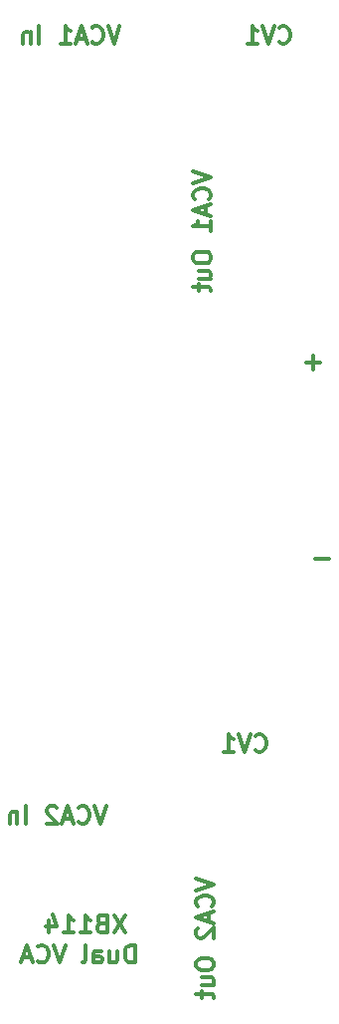
<source format=gbr>
G04 #@! TF.GenerationSoftware,KiCad,Pcbnew,(5.1.0)-1*
G04 #@! TF.CreationDate,2019-04-11T14:16:13-04:00*
G04 #@! TF.ProjectId,moog_vca,6d6f6f67-5f76-4636-912e-6b696361645f,rev?*
G04 #@! TF.SameCoordinates,Original*
G04 #@! TF.FileFunction,Legend,Bot*
G04 #@! TF.FilePolarity,Positive*
%FSLAX46Y46*%
G04 Gerber Fmt 4.6, Leading zero omitted, Abs format (unit mm)*
G04 Created by KiCad (PCBNEW (5.1.0)-1) date 2019-04-11 14:16:13*
%MOMM*%
%LPD*%
G04 APERTURE LIST*
%ADD10C,0.300000*%
G04 APERTURE END LIST*
D10*
X188368285Y-122617571D02*
X187368285Y-124117571D01*
X187368285Y-122617571D02*
X188368285Y-124117571D01*
X186296857Y-123331857D02*
X186082571Y-123403285D01*
X186011142Y-123474714D01*
X185939714Y-123617571D01*
X185939714Y-123831857D01*
X186011142Y-123974714D01*
X186082571Y-124046142D01*
X186225428Y-124117571D01*
X186796857Y-124117571D01*
X186796857Y-122617571D01*
X186296857Y-122617571D01*
X186154000Y-122689000D01*
X186082571Y-122760428D01*
X186011142Y-122903285D01*
X186011142Y-123046142D01*
X186082571Y-123189000D01*
X186154000Y-123260428D01*
X186296857Y-123331857D01*
X186796857Y-123331857D01*
X184511142Y-124117571D02*
X185368285Y-124117571D01*
X184939714Y-124117571D02*
X184939714Y-122617571D01*
X185082571Y-122831857D01*
X185225428Y-122974714D01*
X185368285Y-123046142D01*
X183082571Y-124117571D02*
X183939714Y-124117571D01*
X183511142Y-124117571D02*
X183511142Y-122617571D01*
X183654000Y-122831857D01*
X183796857Y-122974714D01*
X183939714Y-123046142D01*
X181796857Y-123117571D02*
X181796857Y-124117571D01*
X182154000Y-122546142D02*
X182511142Y-123617571D01*
X181582571Y-123617571D01*
X189154000Y-126667571D02*
X189154000Y-125167571D01*
X188796857Y-125167571D01*
X188582571Y-125239000D01*
X188439714Y-125381857D01*
X188368285Y-125524714D01*
X188296857Y-125810428D01*
X188296857Y-126024714D01*
X188368285Y-126310428D01*
X188439714Y-126453285D01*
X188582571Y-126596142D01*
X188796857Y-126667571D01*
X189154000Y-126667571D01*
X187011142Y-125667571D02*
X187011142Y-126667571D01*
X187654000Y-125667571D02*
X187654000Y-126453285D01*
X187582571Y-126596142D01*
X187439714Y-126667571D01*
X187225428Y-126667571D01*
X187082571Y-126596142D01*
X187011142Y-126524714D01*
X185654000Y-126667571D02*
X185654000Y-125881857D01*
X185725428Y-125739000D01*
X185868285Y-125667571D01*
X186154000Y-125667571D01*
X186296857Y-125739000D01*
X185654000Y-126596142D02*
X185796857Y-126667571D01*
X186154000Y-126667571D01*
X186296857Y-126596142D01*
X186368285Y-126453285D01*
X186368285Y-126310428D01*
X186296857Y-126167571D01*
X186154000Y-126096142D01*
X185796857Y-126096142D01*
X185654000Y-126024714D01*
X184725428Y-126667571D02*
X184868285Y-126596142D01*
X184939714Y-126453285D01*
X184939714Y-125167571D01*
X183225428Y-125167571D02*
X182725428Y-126667571D01*
X182225428Y-125167571D01*
X180868285Y-126524714D02*
X180939714Y-126596142D01*
X181154000Y-126667571D01*
X181296857Y-126667571D01*
X181511142Y-126596142D01*
X181654000Y-126453285D01*
X181725428Y-126310428D01*
X181796857Y-126024714D01*
X181796857Y-125810428D01*
X181725428Y-125524714D01*
X181654000Y-125381857D01*
X181511142Y-125239000D01*
X181296857Y-125167571D01*
X181154000Y-125167571D01*
X180939714Y-125239000D01*
X180868285Y-125310428D01*
X180296857Y-126239000D02*
X179582571Y-126239000D01*
X180439714Y-126667571D02*
X179939714Y-125167571D01*
X179439714Y-126667571D01*
X194123571Y-59444571D02*
X195623571Y-59944571D01*
X194123571Y-60444571D01*
X195480714Y-61801714D02*
X195552142Y-61730285D01*
X195623571Y-61516000D01*
X195623571Y-61373142D01*
X195552142Y-61158857D01*
X195409285Y-61016000D01*
X195266428Y-60944571D01*
X194980714Y-60873142D01*
X194766428Y-60873142D01*
X194480714Y-60944571D01*
X194337857Y-61016000D01*
X194195000Y-61158857D01*
X194123571Y-61373142D01*
X194123571Y-61516000D01*
X194195000Y-61730285D01*
X194266428Y-61801714D01*
X195195000Y-62373142D02*
X195195000Y-63087428D01*
X195623571Y-62230285D02*
X194123571Y-62730285D01*
X195623571Y-63230285D01*
X195623571Y-64516000D02*
X195623571Y-63658857D01*
X195623571Y-64087428D02*
X194123571Y-64087428D01*
X194337857Y-63944571D01*
X194480714Y-63801714D01*
X194552142Y-63658857D01*
X194123571Y-66587428D02*
X194123571Y-66873142D01*
X194195000Y-67016000D01*
X194337857Y-67158857D01*
X194623571Y-67230285D01*
X195123571Y-67230285D01*
X195409285Y-67158857D01*
X195552142Y-67016000D01*
X195623571Y-66873142D01*
X195623571Y-66587428D01*
X195552142Y-66444571D01*
X195409285Y-66301714D01*
X195123571Y-66230285D01*
X194623571Y-66230285D01*
X194337857Y-66301714D01*
X194195000Y-66444571D01*
X194123571Y-66587428D01*
X194623571Y-68516000D02*
X195623571Y-68516000D01*
X194623571Y-67873142D02*
X195409285Y-67873142D01*
X195552142Y-67944571D01*
X195623571Y-68087428D01*
X195623571Y-68301714D01*
X195552142Y-68444571D01*
X195480714Y-68516000D01*
X194623571Y-69015999D02*
X194623571Y-69587428D01*
X194123571Y-69230285D02*
X195409285Y-69230285D01*
X195552142Y-69301714D01*
X195623571Y-69444571D01*
X195623571Y-69587428D01*
X187856285Y-47057571D02*
X187356285Y-48557571D01*
X186856285Y-47057571D01*
X185499142Y-48414714D02*
X185570571Y-48486142D01*
X185784857Y-48557571D01*
X185927714Y-48557571D01*
X186142000Y-48486142D01*
X186284857Y-48343285D01*
X186356285Y-48200428D01*
X186427714Y-47914714D01*
X186427714Y-47700428D01*
X186356285Y-47414714D01*
X186284857Y-47271857D01*
X186142000Y-47129000D01*
X185927714Y-47057571D01*
X185784857Y-47057571D01*
X185570571Y-47129000D01*
X185499142Y-47200428D01*
X184927714Y-48129000D02*
X184213428Y-48129000D01*
X185070571Y-48557571D02*
X184570571Y-47057571D01*
X184070571Y-48557571D01*
X182784857Y-48557571D02*
X183642000Y-48557571D01*
X183213428Y-48557571D02*
X183213428Y-47057571D01*
X183356285Y-47271857D01*
X183499142Y-47414714D01*
X183642000Y-47486142D01*
X180999142Y-48557571D02*
X180999142Y-47057571D01*
X180284857Y-47557571D02*
X180284857Y-48557571D01*
X180284857Y-47700428D02*
X180213428Y-47629000D01*
X180070571Y-47557571D01*
X179856285Y-47557571D01*
X179713428Y-47629000D01*
X179642000Y-47771857D01*
X179642000Y-48557571D01*
X186713285Y-113351571D02*
X186213285Y-114851571D01*
X185713285Y-113351571D01*
X184356142Y-114708714D02*
X184427571Y-114780142D01*
X184641857Y-114851571D01*
X184784714Y-114851571D01*
X184999000Y-114780142D01*
X185141857Y-114637285D01*
X185213285Y-114494428D01*
X185284714Y-114208714D01*
X185284714Y-113994428D01*
X185213285Y-113708714D01*
X185141857Y-113565857D01*
X184999000Y-113423000D01*
X184784714Y-113351571D01*
X184641857Y-113351571D01*
X184427571Y-113423000D01*
X184356142Y-113494428D01*
X183784714Y-114423000D02*
X183070428Y-114423000D01*
X183927571Y-114851571D02*
X183427571Y-113351571D01*
X182927571Y-114851571D01*
X182499000Y-113494428D02*
X182427571Y-113423000D01*
X182284714Y-113351571D01*
X181927571Y-113351571D01*
X181784714Y-113423000D01*
X181713285Y-113494428D01*
X181641857Y-113637285D01*
X181641857Y-113780142D01*
X181713285Y-113994428D01*
X182570428Y-114851571D01*
X181641857Y-114851571D01*
X179856142Y-114851571D02*
X179856142Y-113351571D01*
X179141857Y-113851571D02*
X179141857Y-114851571D01*
X179141857Y-113994428D02*
X179070428Y-113923000D01*
X178927571Y-113851571D01*
X178713285Y-113851571D01*
X178570428Y-113923000D01*
X178499000Y-114065857D01*
X178499000Y-114851571D01*
X194377571Y-119515571D02*
X195877571Y-120015571D01*
X194377571Y-120515571D01*
X195734714Y-121872714D02*
X195806142Y-121801285D01*
X195877571Y-121587000D01*
X195877571Y-121444142D01*
X195806142Y-121229857D01*
X195663285Y-121087000D01*
X195520428Y-121015571D01*
X195234714Y-120944142D01*
X195020428Y-120944142D01*
X194734714Y-121015571D01*
X194591857Y-121087000D01*
X194449000Y-121229857D01*
X194377571Y-121444142D01*
X194377571Y-121587000D01*
X194449000Y-121801285D01*
X194520428Y-121872714D01*
X195449000Y-122444142D02*
X195449000Y-123158428D01*
X195877571Y-122301285D02*
X194377571Y-122801285D01*
X195877571Y-123301285D01*
X194520428Y-123729857D02*
X194449000Y-123801285D01*
X194377571Y-123944142D01*
X194377571Y-124301285D01*
X194449000Y-124444142D01*
X194520428Y-124515571D01*
X194663285Y-124587000D01*
X194806142Y-124587000D01*
X195020428Y-124515571D01*
X195877571Y-123658428D01*
X195877571Y-124587000D01*
X194377571Y-126658428D02*
X194377571Y-126944142D01*
X194449000Y-127087000D01*
X194591857Y-127229857D01*
X194877571Y-127301285D01*
X195377571Y-127301285D01*
X195663285Y-127229857D01*
X195806142Y-127087000D01*
X195877571Y-126944142D01*
X195877571Y-126658428D01*
X195806142Y-126515571D01*
X195663285Y-126372714D01*
X195377571Y-126301285D01*
X194877571Y-126301285D01*
X194591857Y-126372714D01*
X194449000Y-126515571D01*
X194377571Y-126658428D01*
X194877571Y-128587000D02*
X195877571Y-128587000D01*
X194877571Y-127944142D02*
X195663285Y-127944142D01*
X195806142Y-128015571D01*
X195877571Y-128158428D01*
X195877571Y-128372714D01*
X195806142Y-128515571D01*
X195734714Y-128587000D01*
X194877571Y-129086999D02*
X194877571Y-129658428D01*
X194377571Y-129301285D02*
X195663285Y-129301285D01*
X195806142Y-129372714D01*
X195877571Y-129515571D01*
X195877571Y-129658428D01*
X199393857Y-108612714D02*
X199465285Y-108684142D01*
X199679571Y-108755571D01*
X199822428Y-108755571D01*
X200036714Y-108684142D01*
X200179571Y-108541285D01*
X200251000Y-108398428D01*
X200322428Y-108112714D01*
X200322428Y-107898428D01*
X200251000Y-107612714D01*
X200179571Y-107469857D01*
X200036714Y-107327000D01*
X199822428Y-107255571D01*
X199679571Y-107255571D01*
X199465285Y-107327000D01*
X199393857Y-107398428D01*
X198965285Y-107255571D02*
X198465285Y-108755571D01*
X197965285Y-107255571D01*
X196679571Y-108755571D02*
X197536714Y-108755571D01*
X197108142Y-108755571D02*
X197108142Y-107255571D01*
X197251000Y-107469857D01*
X197393857Y-107612714D01*
X197536714Y-107684142D01*
X201425857Y-48414714D02*
X201497285Y-48486142D01*
X201711571Y-48557571D01*
X201854428Y-48557571D01*
X202068714Y-48486142D01*
X202211571Y-48343285D01*
X202283000Y-48200428D01*
X202354428Y-47914714D01*
X202354428Y-47700428D01*
X202283000Y-47414714D01*
X202211571Y-47271857D01*
X202068714Y-47129000D01*
X201854428Y-47057571D01*
X201711571Y-47057571D01*
X201497285Y-47129000D01*
X201425857Y-47200428D01*
X200997285Y-47057571D02*
X200497285Y-48557571D01*
X199997285Y-47057571D01*
X198711571Y-48557571D02*
X199568714Y-48557571D01*
X199140142Y-48557571D02*
X199140142Y-47057571D01*
X199283000Y-47271857D01*
X199425857Y-47414714D01*
X199568714Y-47486142D01*
X203771571Y-75672142D02*
X204914428Y-75672142D01*
X204343000Y-76243571D02*
X204343000Y-75100714D01*
X204533571Y-92309142D02*
X205676428Y-92309142D01*
M02*

</source>
